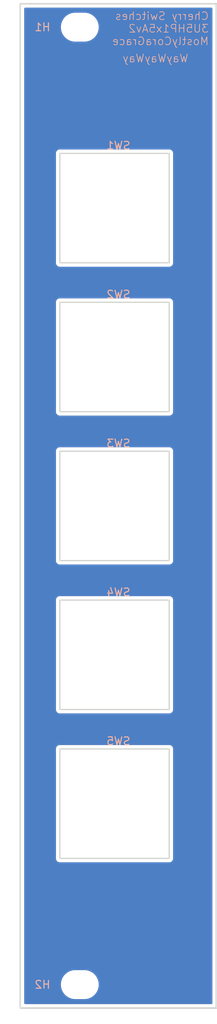
<source format=kicad_pcb>
(kicad_pcb (version 20241229) (generator "pcbnew") (generator_version "9.0")
  (layers (0 "F.Cu" signal) (2 "B.Cu" signal) (13 "F.Paste" user) (15 "B.Paste" user) (5 "F.SilkS" user "F.Silkscreen") (7 "B.SilkS" user "B.Silkscreen") (1 "F.Mask" user) (3 "B.Mask" user) (25 "Edge.Cuts" user))
  (net 0 "")
  (footprint "EXC:SW_Cherry_MX_1.00u_Mount" (layer "F.Cu") (at 12.065 28.575)
    (property "Reference" "SW1" (at 0.5 -8 0) (layer "B.SilkS") (effects (justify mirror)))
    (property "Value" "SW_SPST_MOUNT")
    (fp_rect (start -7 -7) (end 7 7) (stroke (width 0.15)) (fill no) (layer "Edge.Cuts"))
  )
  (footprint "EXC:SW_Cherry_MX_1.00u_Mount" (layer "F.Cu") (at 12.065 47.625)
    (property "Reference" "SW2" (at 0.5 -8 0) (layer "B.SilkS") (effects (justify mirror)))
    (property "Value" "SW_SPST_MOUNT")
    (fp_rect (start -7 -7) (end 7 7) (stroke (width 0.15)) (fill no) (layer "Edge.Cuts"))
  )
  (footprint "EXC:SW_Cherry_MX_1.00u_Mount" (layer "F.Cu") (at 12.065 85.725)
    (property "Reference" "SW4" (at 0.5 -8 0) (layer "B.SilkS") (effects (justify mirror)))
    (property "Value" "SW_SPST_MOUNT")
    (fp_rect (start -7 -7) (end 7 7) (stroke (width 0.15)) (fill no) (layer "Edge.Cuts"))
  )
  (footprint "EXC:SW_Cherry_MX_1.00u_Mount" (layer "F.Cu") (at 12.065 66.675)
    (property "Reference" "SW3" (at 0.5 -8 0) (layer "B.SilkS") (effects (justify mirror)))
    (property "Value" "SW_SPST_MOUNT")
    (fp_rect (start -7 -7) (end 7 7) (stroke (width 0.15)) (fill no) (layer "Edge.Cuts"))
  )
  (footprint "EXC:MountingHole_3.2mm_M3" (layer "F.Cu") (at 7.62 127.925)
    (property "Reference" "H2" (at -3.683 0 0) (layer "B.SilkS") (effects (justify left mirror)))
    (property "Value" "Eurorack_M3_MountingHole")
    (pad "" np_thru_hole oval (at 0 0) (size 4.34 3.2) (drill oval 4.34 3.2) (layers "*.Cu" "*.Mask"))
  )
  (footprint "EXC:SW_Cherry_MX_1.00u_Mount" (layer "F.Cu") (at 12.065 104.775)
    (property "Reference" "SW5" (at 0.5 -8 0) (layer "B.SilkS") (effects (justify mirror)))
    (property "Value" "SW_SPST_MOUNT")
    (fp_rect (start -7 -7) (end 7 7) (stroke (width 0.15)) (fill no) (layer "Edge.Cuts"))
  )
  (footprint "EXC:MountingHole_3.2mm_M3" (layer "F.Cu") (at 7.62 5.425)
    (property "Reference" "H1" (at -3.683 0 0) (layer "B.SilkS") (effects (justify left mirror)))
    (property "Value" "Eurorack_M3_MountingHole")
    (pad "" np_thru_hole oval (at 0 0) (size 4.34 3.2) (drill oval 4.34 3.2) (layers "*.Cu" "*.Mask"))
  )
  (gr_rect (start 0 2.425) (end 25.1 130.925) (stroke (width 0.2)) (fill no) (layer "Edge.Cuts"))
  (gr_text "Cherry Switches\n3U5HP1x5Av2\nMostlyCoraGrace" (at 24.2 7.8 0) (layer "B.SilkS") (effects (font (size 1 1) (thickness 0.1)) (justify left bottom mirror)))
  (gr_text "WayWayWay" (at 21.59 10 0) (layer "B.SilkS") (effects (font (size 1 1) (thickness 0.1)) (justify left bottom mirror)))
  (zone (net 0) (net_name "") (layers "F.Cu" "B.Cu") (connect_pads (clearance 0.5)) (min_thickness 0.25) (fill yes (thermal_gap 0.5) (thermal_bridge_width 0.5) (island_removal_mode 1) (island_area_min 10))
    (polygon (pts (xy 0 2.425) (xy 25.1 2.425) (xy 25.1 130.925) (xy 0 130.925)))
  )
)
</source>
